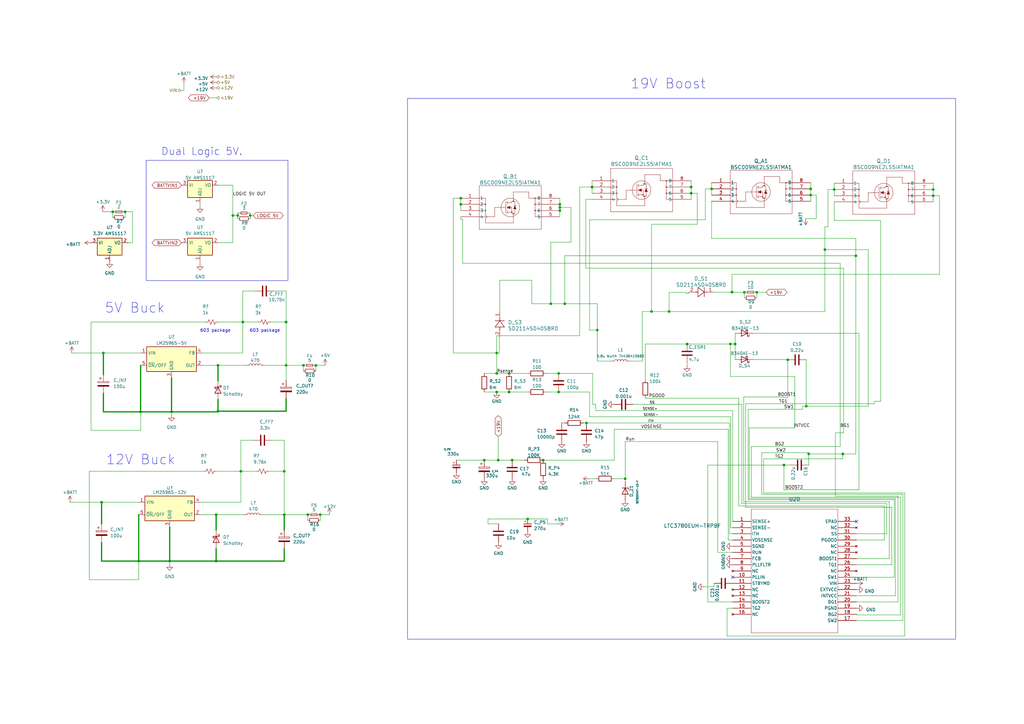
<source format=kicad_sch>
(kicad_sch (version 20230121) (generator eeschema)
  (paper "A3")
  (junction (at 56.896 230.124))
  (junction (at 267.208 127.762))
  (junction (at 204.343 188.722))
  (junction (at 291.846 77.47))
  (junction (at 283.464 79.248))
  (junction (at 222.758 188.722))
  (junction (at 351.028 104.902))
  (junction (at 229.108 153.162))
  (junction (at 89.408 149.86))
  (junction (at 300.228 119.8118))
  (junction (at 332.486 80.01))
  (junction (at 208.788 153.162))
  (junction (at 88.646 211.074))
  (junction (at 231.648 124.587))
  (junction (at 69.596 230.124))
  (junction (at 283.464 76.708))
  (junction (at 323.088 147.574))
  (junction (at 126.238 211.074))
  (junction (at 41.656 205.994))
  (junction (at 117.348 132.08))
  (junction (at 382.778 77.724))
  (junction (at 332.486 77.47))
  (junction (at 70.358 168.91))
  (junction (at 338.328 102.362))
  (junction (at 330.708 166.5986))
  (junction (at 342.138 77.724))
  (junction (at 131.318 211.074))
  (junction (at 57.658 168.91))
  (junction (at 188.976 81.28))
  (junction (at 210.058 188.722))
  (junction (at 225.933 124.587))
  (junction (at 99.568 132.08))
  (junction (at 88.646 230.124))
  (junction (at 229.616 83.82))
  (junction (at 198.628 188.722))
  (junction (at 117.348 149.86))
  (junction (at 95.504 88.392))
  (junction (at 97.536 88.392))
  (junction (at 256.413 196.342))
  (junction (at 46.228 86.868))
  (junction (at 98.806 193.294))
  (junction (at 229.108 160.782))
  (junction (at 382.778 80.264))
  (junction (at 216.408 212.852))
  (junction (at 301.498 141.097))
  (junction (at 281.813 141.097))
  (junction (at 229.616 85.09))
  (junction (at 129.54 149.86))
  (junction (at 229.616 86.36))
  (junction (at 124.46 149.86))
  (junction (at 274.4216 127.762))
  (junction (at 305.308 119.888))
  (junction (at 203.708 153.162))
  (junction (at 331.6986 186.182))
  (junction (at 321.564 190.7286))
  (junction (at 203.708 160.782))
  (junction (at 242.824 76.708))
  (junction (at 345.6686 186.182))
  (junction (at 102.616 88.392))
  (junction (at 203.708 144.78))
  (junction (at 299.593 141.097))
  (junction (at 244.983 135.382))
  (junction (at 116.586 193.294))
  (junction (at 240.538 173.482))
  (junction (at 89.408 168.656))
  (junction (at 42.418 144.78))
  (junction (at 51.308 86.868))
  (junction (at 310.388 119.888))
  (junction (at 116.586 211.074))
  (junction (at 208.788 160.782))
  (junction (at 188.976 83.82))
  (no_connect (at 300.482 236.728))
  (no_connect (at 351.282 213.868))
  (wire (pts (xy 234.188 99.314) (xy 225.933 99.314)))
  (wire (pts (xy 189.738 89.916) (xy 188.976 89.916)))
  (wire (pts (xy 291.846 77.47) (xy 289.306 77.47)))
  (wire (pts (xy 82.042 83.566) (xy 82.042 84.582)))
  (wire (pts (xy 299.72 170.942) (xy 299.72 216.408)))
  (wire (pts (xy 203.708 144.78) (xy 203.708 153.162)))
  (wire (pts (xy 203.708 137.668) (xy 203.708 144.78)))
  (wire (pts (xy 116.586 217.424) (xy 116.586 211.074)) (stroke (width 0.5)))
  (wire (pts (xy 362.712 207.518) (xy 362.712 221.488)))
  (wire (pts (xy 369.316 203.962) (xy 369.316 252.222)))
  (wire (pts (xy 203.708 137.668) (xy 237.744 137.668)))
  (wire (pts (xy 385.318 80.264) (xy 382.778 80.264)))
  (wire (pts (xy 382.778 77.724) (xy 382.778 80.264)))
  (wire (pts (xy 36.576 237.744) (xy 56.896 237.744)))
  (wire (pts (xy 329.1586 166.5986) (xy 329.1586 167.894)))
  (wire (pts (xy 218.1352 114.9604) (xy 218.1352 124.587)))
  (wire (pts (xy 326.009 154.432) (xy 299.593 154.432)))
  (wire (pts (xy 331.5208 186.182) (xy 331.6986 186.182)))
  (wire (pts (xy 82.296 211.074) (xy 88.646 211.074)))
  (wire (pts (xy 70.358 154.94) (xy 70.358 168.91)) (stroke (width 0.5)))
  (wire (pts (xy 117.348 168.656) (xy 89.408 168.656)) (stroke (width 0.5)))
  (wire (pts (xy 188.976 89.916) (xy 188.976 88.9)))
  (wire (pts (xy 256.413 196.342) (xy 256.413 197.612)))
  (wire (pts (xy 300.228 112.522) (xy 385.318 112.522)))
  (wire (pts (xy 338.328 102.362) (xy 356.108 102.362)))
  (wire (pts (xy 264.668 163.322) (xy 266.0396 163.2966)))
  (wire (pts (xy 323.088 147.574) (xy 323.088 147.447)))
  (wire (pts (xy 99.568 119.38) (xy 99.568 132.08)))
  (wire (pts (xy 312.42 185.674) (xy 331.5208 185.674)))
  (wire (pts (xy 69.596 230.124) (xy 69.596 231.394)))
  (wire (pts (xy 321.5386 162.814) (xy 321.5386 163.068)))
  (wire (pts (xy 263.398 148.082) (xy 263.398 127.762)))
  (wire (pts (xy 307.34 175.514) (xy 307.34 204.47)))
  (wire (pts (xy 204.978 114.9604) (xy 204.978 127.762)))
  (wire (pts (xy 103.886 180.594) (xy 98.806 180.594)))
  (wire (pts (xy 342.138 77.724) (xy 342.138 80.264)))
  (wire (pts (xy 204.343 179.07) (xy 204.343 188.722)))
  (wire (pts (xy 208.788 153.162) (xy 216.408 153.162)))
  (wire (pts (xy 366.776 236.728) (xy 351.282 236.728)))
  (wire (pts (xy 231.648 124.587) (xy 244.983 124.587)))
  (wire (pts (xy 342.646 203.454) (xy 368.3 203.454)))
  (wire (pts (xy 107.696 211.074) (xy 116.586 211.074)))
  (wire (pts (xy 54.356 99.568) (xy 54.356 86.868)))
  (wire (pts (xy 364.744 205.74) (xy 364.744 229.108)))
  (wire (pts (xy 309.118 136.652) (xy 352.298 136.652)))
  (wire (pts (xy 263.398 127.762) (xy 267.208 127.762)))
  (wire (pts (xy 89.408 132.08) (xy 99.568 132.08)))
  (wire (pts (xy 41.656 230.124) (xy 56.896 230.124)) (stroke (width 0.5)))
  (wire (pts (xy 301.498 141.097) (xy 301.498 147.447)))
  (wire (pts (xy 131.318 211.074) (xy 135.128 211.074)))
  (wire (pts (xy 102.616 87.376) (xy 102.616 88.392)))
  (wire (pts (xy 305.054 162.814) (xy 305.054 205.74)))
  (wire (pts (xy 268.478 163.322) (xy 303.022 163.322)))
  (wire (pts (xy 117.348 149.86) (xy 124.46 149.86)))
  (wire (pts (xy 321.564 190.754) (xy 321.564 190.7286)))
  (wire (pts (xy 98.806 205.994) (xy 98.806 193.294)))
  (wire (pts (xy 330.708 166.7256) (xy 330.708 166.5986)))
  (wire (pts (xy 281.813 141.097) (xy 299.593 141.097)))
  (wire (pts (xy 305.816 165.608) (xy 305.816 208.026)))
  (wire (pts (xy 305.308 119.888) (xy 300.228 119.888)))
  (wire (pts (xy 283.464 74.168) (xy 283.464 76.708)))
  (wire (pts (xy 88.646 211.074) (xy 100.076 211.074)))
  (wire (pts (xy 313.182 202.184) (xy 371.094 202.184)))
  (wire (pts (xy 326.009 175.514) (xy 326.009 154.432)))
  (wire (pts (xy 339.598 92.964) (xy 338.328 92.964)))
  (wire (pts (xy 382.778 80.264) (xy 382.778 82.804)))
  (wire (pts (xy 129.54 149.86) (xy 129.54 152.146)))
  (wire (pts (xy 70.358 168.91) (xy 70.358 170.18)))
  (wire (pts (xy 56.896 237.744) (xy 56.896 230.124)))
  (wire (pts (xy 241.808 135.382) (xy 244.983 135.382)))
  (wire (pts (xy 305.816 165.608) (xy 358.648 165.608)))
  (wire (pts (xy 222.758 188.722) (xy 251.968 188.722)))
  (wire (pts (xy 102.616 88.392) (xy 103.886 88.392)))
  (wire (pts (xy 312.42 185.674) (xy 312.42 202.692)))
  (wire (pts (xy 82.042 107.188) (xy 82.042 108.204)))
  (wire (pts (xy 117.348 163.576) (xy 117.348 168.656)) (stroke (width 0.5)))
  (wire (pts (xy 310.388 119.888) (xy 310.388 122.174)))
  (wire (pts (xy 240.538 173.482) (xy 299.212 173.482)))
  (wire (pts (xy 75.438 37.084) (xy 75.438 34.29)))
  (wire (pts (xy 69.596 230.124) (xy 88.646 230.124)) (stroke (width 0.5)))
  (wire (pts (xy 42.164 86.868) (xy 46.228 86.868)))
  (wire (pts (xy 267.208 91.948) (xy 267.208 127.762)))
  (wire (pts (xy 117.348 149.86) (xy 117.348 155.956)))
  (wire (pts (xy 124.46 149.86) (xy 124.46 152.146)))
  (wire (pts (xy 371.094 202.184) (xy 371.094 260.858)))
  (wire (pts (xy 292.862 240.6904) (xy 292.862 239.268)))
  (wire (pts (xy 98.806 180.594) (xy 98.806 193.294)))
  (wire (pts (xy 291.846 74.93) (xy 291.846 77.47)))
  (wire (pts (xy 116.586 180.594) (xy 111.506 180.594)))
  (wire (pts (xy 300.228 119.8118) (xy 300.228 119.888)))
  (wire (pts (xy 83.058 144.78) (xy 99.568 144.78)))
  (wire (pts (xy 244.348 168.402) (xy 300.482 168.402)))
  (wire (pts (xy 294.386 181.102) (xy 294.386 226.568)))
  (wire (pts (xy 57.658 176.53) (xy 57.658 168.91)))
  (wire (pts (xy 299.72 216.408) (xy 300.482 216.408)))
  (wire (pts (xy 338.328 92.964) (xy 338.328 102.362)))
  (wire (pts (xy 89.408 149.86) (xy 89.408 156.21)) (stroke (width 0.5)))
  (wire (pts (xy 304.292 206.502) (xy 363.728 206.502)))
  (wire (pts (xy 251.968 196.342) (xy 256.413 196.342)))
  (wire (pts (xy 305.816 208.026) (xy 365.76 208.026)))
  (wire (pts (xy 224.028 153.162) (xy 229.108 153.162)))
  (wire (pts (xy 131.318 211.074) (xy 131.318 213.36)))
  (wire (pts (xy 291.846 97.79) (xy 351.028 97.79)))
  (wire (pts (xy 41.656 205.994) (xy 41.656 214.884)) (stroke (width 0.5)))
  (wire (pts (xy 244.348 165.862) (xy 244.348 168.402)))
  (wire (pts (xy 203.708 153.162) (xy 208.788 153.162)))
  (wire (pts (xy 365.76 208.026) (xy 365.76 231.648)))
  (wire (pts (xy 290.322 190.754) (xy 290.322 246.888)))
  (wire (pts (xy 126.238 211.074) (xy 126.238 213.36)))
  (wire (pts (xy 313.182 188.214) (xy 313.182 202.184)))
  (wire (pts (xy 42.418 168.91) (xy 57.658 168.91)) (stroke (width 0.5)))
  (wire (pts (xy 83.566 193.294) (xy 36.576 193.294)))
  (wire (pts (xy 185.928 81.28) (xy 188.976 81.28)))
  (wire (pts (xy 204.978 137.922) (xy 204.7494 137.922)))
  (wire (pts (xy 352.298 200.8886) (xy 321.5386 200.8886)))
  (wire (pts (xy 259.588 165.862) (xy 304.292 165.862)))
  (wire (pts (xy 42.418 144.78) (xy 42.418 153.67)) (stroke (width 0.5)))
  (wire (pts (xy 99.568 144.78) (xy 99.568 132.08)))
  (wire (pts (xy 290.322 246.888) (xy 300.482 246.888)))
  (wire (pts (xy 283.464 79.248) (xy 283.464 81.788)))
  (wire (pts (xy 366.776 204.978) (xy 366.776 236.728)))
  (wire (pts (xy 294.386 226.568) (xy 300.482 226.568)))
  (wire (pts (xy 244.983 148.082) (xy 244.983 135.382)))
  (wire (pts (xy 309.118 147.447) (xy 323.088 147.447)))
  (wire (pts (xy 342.138 82.804) (xy 342.138 90.424)))
  (wire (pts (xy 129.54 149.86) (xy 133.35 149.86)))
  (wire (pts (xy 281.5844 120.396) (xy 282.4734 120.396)))
  (wire (pts (xy 200.152 212.852) (xy 216.408 212.852)))
  (wire (pts (xy 241.808 170.942) (xy 299.72 170.942)))
  (wire (pts (xy 198.628 153.162) (xy 203.708 153.162)))
  (wire (pts (xy 95.504 75.946) (xy 95.504 88.392)))
  (wire (pts (xy 242.824 76.708) (xy 237.744 76.708)))
  (wire (pts (xy 229.616 81.28) (xy 229.616 83.82)))
  (wire (pts (xy 89.408 163.83) (xy 89.408 168.656)) (stroke (width 0.5)))
  (wire (pts (xy 319.6336 167.8686) (xy 329.1586 167.894)))
  (wire (pts (xy 361.188 90.424) (xy 361.188 164.592)))
  (wire (pts (xy 331.6986 186.182) (xy 345.6686 186.182)))
  (wire (pts (xy 282.4734 120.396) (xy 282.4734 119.8118)))
  (wire (pts (xy 332.486 80.01) (xy 332.486 82.55)))
  (wire (pts (xy 345.9988 109.982) (xy 240.284 109.982)))
  (wire (pts (xy 251.968 176.022) (xy 298.704 176.022)))
  (wire (pts (xy 185.928 144.78) (xy 203.708 144.78)))
  (wire (pts (xy 332.486 74.93) (xy 332.486 77.47)))
  (wire (pts (xy 385.318 112.522) (xy 385.318 80.264)))
  (wire (pts (xy 330.708 166.5986) (xy 329.1586 166.5986)))
  (wire (pts (xy 367.284 204.47) (xy 367.284 244.348)))
  (wire (pts (xy 28.702 205.994) (xy 41.656 205.994)))
  (wire (pts (xy 305.054 205.74) (xy 364.744 205.74)))
  (wire (pts (xy 110.998 132.08) (xy 117.348 132.08)))
  (wire (pts (xy 323.088 163.068) (xy 323.088 147.574)))
  (wire (pts (xy 306.832 204.978) (xy 366.776 204.978)))
  (wire (pts (xy 299.212 218.948) (xy 300.482 218.948)))
  (wire (pts (xy 286.004 79.248) (xy 286.004 91.948)))
  (wire (pts (xy 36.576 193.294) (xy 36.576 237.744)))
  (wire (pts (xy 57.658 149.86) (xy 57.658 168.91)) (stroke (width 0.5)))
  (wire (pts (xy 69.596 216.154) (xy 69.596 230.124)) (stroke (width 0.5)))
  (wire (pts (xy 57.658 168.91) (xy 70.358 168.91)) (stroke (width 0.5)))
  (wire (pts (xy 332.486 77.47) (xy 332.486 80.01)))
  (wire (pts (xy 342.138 90.424) (xy 361.188 90.424)))
  (wire (pts (xy 358.648 164.592) (xy 358.648 165.608)))
  (wire (pts (xy 242.824 74.168) (xy 242.824 76.708)))
  (wire (pts (xy 218.1352 124.587) (xy 225.933 124.587)))
  (wire (pts (xy 291.846 77.47) (xy 291.846 80.01)))
  (wire (pts (xy 102.616 88.392) (xy 102.616 89.662)))
  (wire (pts (xy 342.646 177.546) (xy 342.646 203.454)))
  (wire (pts (xy 225.933 99.314) (xy 225.933 124.587)))
  (wire (pts (xy 382.778 75.184) (xy 382.778 77.724)))
  (wire (pts (xy 258.318 148.082) (xy 263.398 148.082)))
  (wire (pts (xy 37.338 176.53) (xy 57.658 176.53)))
  (wire (pts (xy 225.933 124.587) (xy 231.648 124.587)))
  (wire (pts (xy 299.212 173.482) (xy 299.212 218.948)))
  (wire (pts (xy 331.6986 190.7286) (xy 331.6986 186.182)))
  (wire (pts (xy 200.152 212.852) (xy 200.152 214.884)))
  (wire (pts (xy 74.168 37.084) (xy 75.438 37.084)))
  (wire (pts (xy 281.813 149.987) (xy 281.813 148.717)))
  (wire (pts (xy 97.536 87.376) (xy 97.536 88.392)))
  (wire (pts (xy 371.094 260.858) (xy 298.196 260.858)))
  (wire (pts (xy 298.704 221.488) (xy 300.482 221.488)))
  (wire (pts (xy 56.896 230.124) (xy 69.596 230.124)) (stroke (width 0.5)))
  (wire (pts (xy 267.208 127.762) (xy 274.4216 127.762)))
  (wire (pts (xy 352.298 136.652) (xy 352.298 200.8886)))
  (wire (pts (xy 334.772 89.662) (xy 334.772 80.01)))
  (wire (pts (xy 110.236 193.294) (xy 116.586 193.294)))
  (wire (pts (xy 117.348 119.38) (xy 112.268 119.38)))
  (wire (pts (xy 334.772 89.662) (xy 330.454 89.662)))
  (wire (pts (xy 88.646 225.044) (xy 88.646 230.124)) (stroke (width 0.5)))
  (wire (pts (xy 42.418 168.91) (xy 42.418 161.29)) (stroke (width 0.5)))
  (wire (pts (xy 108.458 149.86) (xy 117.348 149.86)))
  (wire (pts (xy 338.328 102.362) (xy 338.328 127.762)))
  (wire (pts (xy 324.0786 190.7286) (xy 321.564 190.7286)))
  (wire (pts (xy 317.754 188.214) (xy 313.182 188.214)))
  (wire (pts (xy 298.196 249.428) (xy 300.482 249.428)))
  (wire (pts (xy 84.328 132.08) (xy 37.338 132.08)))
  (wire (pts (xy 117.348 119.38) (xy 117.348 132.08)))
  (wire (pts (xy 290.322 190.754) (xy 321.564 190.754)))
  (wire (pts (xy 242.824 81.788) (xy 240.284 81.788)))
  (wire (pts (xy 244.983 148.082) (xy 250.698 148.082)))
  (wire (pts (xy 29.464 144.78) (xy 42.418 144.78)))
  (wire (pts (xy 243.078 165.862) (xy 244.348 165.862)))
  (wire (pts (xy 305.054 162.814) (xy 321.5386 162.814)))
  (wire (pts (xy 89.408 168.656) (xy 89.408 168.91)) (stroke (width 0.5)))
  (wire (pts (xy 104.648 119.38) (xy 99.568 119.38)))
  (wire (pts (xy 215.138 188.722) (xy 210.058 188.722)))
  (wire (pts (xy 251.968 176.022) (xy 251.968 188.722)))
  (wire (pts (xy 241.808 170.942) (xy 241.808 160.782)))
  (wire (pts (xy 370.332 254.508) (xy 351.282 254.508)))
  (wire (pts (xy 208.788 160.782) (xy 216.408 160.782)))
  (wire (pts (xy 345.6686 188.1886) (xy 317.754 188.214)))
  (wire (pts (xy 200.152 214.884) (xy 204.47 214.884)))
  (wire (pts (xy 289.306 77.47) (xy 289.306 90.17)))
  (wire (pts (xy 307.34 204.47) (xy 367.284 204.47)))
  (wire (pts (xy 256.413 181.102) (xy 294.386 181.102)))
  (wire (pts (xy 239.268 173.482) (xy 240.538 173.482)))
  (wire (pts (xy 116.586 225.044) (xy 116.586 230.124)) (stroke (width 0.5)))
  (wire (pts (xy 116.586 211.074) (xy 126.238 211.074)))
  (wire (pts (xy 367.284 244.348) (xy 351.282 244.348)))
  (wire (pts (xy 95.504 88.392) (xy 97.536 88.392)))
  (wire (pts (xy 368.3 203.454) (xy 368.3 246.888)))
  (wire (pts (xy 229.616 86.36) (xy 229.616 88.9)))
  (wire (pts (xy 345.6686 186.182) (xy 345.6686 188.1886)))
  (wire (pts (xy 203.708 160.782) (xy 208.788 160.782)))
  (wire (pts (xy 300.482 168.402) (xy 300.482 213.868)))
  (wire (pts (xy 264.668 141.097) (xy 281.813 141.097)))
  (wire (pts (xy 89.408 149.86) (xy 100.838 149.86)))
  (wire (pts (xy 216.408 212.852) (xy 224.536 212.852)))
  (wire (pts (xy 117.348 132.08) (xy 117.348 149.86)))
  (wire (pts (xy 234.188 85.09) (xy 234.188 99.314)))
  (wire (pts (xy 198.628 188.722) (xy 204.343 188.722)))
  (wire (pts (xy 242.824 76.708) (xy 242.824 79.248)))
  (wire (pts (xy 56.896 211.074) (xy 56.896 230.124)) (stroke (width 0.5)))
  (wire (pts (xy 345.6686 186.182) (xy 351.028 186.182)))
  (wire (pts (xy 365.76 231.648) (xy 351.282 231.648)))
  (wire (pts (xy 229.108 153.162) (xy 243.078 153.162)))
  (wire (pts (xy 116.586 180.594) (xy 116.586 193.294)))
  (wire (pts (xy 330.708 166.5986) (xy 356.108 166.5986)))
  (wire (pts (xy 301.498 136.652) (xy 301.498 141.097)))
  (wire (pts (xy 41.656 205.994) (xy 56.896 205.994)))
  (wire (pts (xy 308.102 203.962) (xy 369.316 203.962)))
  (wire (pts (xy 229.616 85.09) (xy 229.616 86.36)))
  (wire (pts (xy 281.5844 119.9388) (xy 281.5844 120.396)))
  (wire (pts (xy 351.282 221.488) (xy 362.712 221.488)))
  (wire (pts (xy 231.648 104.902) (xy 351.028 104.902)))
  (wire (pts (xy 303.022 163.322) (xy 303.022 207.518)))
  (wire (pts (xy 308.102 183.134) (xy 344.5764 183.134)))
  (wire (pts (xy 229.108 160.782) (xy 241.808 160.782)))
  (wire (pts (xy 204.7494 144.78) (xy 203.708 144.78)))
  (wire (pts (xy 237.744 76.708) (xy 237.744 137.668)))
  (wire (pts (xy 274.4216 127.762) (xy 338.328 127.762)))
  (wire (pts (xy 243.078 153.162) (xy 243.078 165.862)))
  (wire (pts (xy 204.7494 137.922) (xy 204.7494 144.78)))
  (wire (pts (xy 256.413 181.102) (xy 256.413 196.342)))
  (wire (pts (xy 204.343 188.722) (xy 210.058 188.722)))
  (wire (pts (xy 299.593 141.097) (xy 301.498 141.097)))
  (wire (pts (xy 351.028 104.902) (xy 351.028 186.182)))
  (wire (pts (xy 37.338 132.08) (xy 37.338 176.53)))
  (wire (pts (xy 312.42 202.692) (xy 370.332 202.692)))
  (wire (pts (xy 321.5386 163.068) (xy 323.088 163.068)))
  (wire (pts (xy 98.806 193.294) (xy 105.156 193.294)))
  (wire (pts (xy 188.976 83.82) (xy 188.976 86.36)))
  (wire (pts (xy 42.418 144.78) (xy 57.658 144.78)))
  (wire (pts (xy 369.316 252.222) (xy 351.282 252.222)))
  (wire (pts (xy 99.568 132.08) (xy 105.918 132.08)))
  (wire (pts (xy 331.5208 185.674) (xy 331.5208 186.182)))
  (wire (pts (xy 229.616 85.09) (xy 234.188 85.09)))
  (wire (pts (xy 244.348 196.342) (xy 241.808 196.342)))
  (wire (pts (xy 54.356 99.568) (xy 52.578 99.568)))
  (wire (pts (xy 356.108 102.362) (xy 356.108 166.5986)))
  (wire (pts (xy 298.196 260.858) (xy 298.196 249.428)))
  (wire (pts (xy 363.728 206.502) (xy 363.728 218.948)))
  (wire (pts (xy 344.5764 107.9754) (xy 344.5764 183.134)))
  (wire (pts (xy 288.798 240.6904) (xy 292.862 240.6904)))
  (wire (pts (xy 188.976 81.28) (xy 188.976 83.82)))
  (wire (pts (xy 189.738 89.916) (xy 189.738 107.9754)))
  (wire (pts (xy 116.586 193.294) (xy 116.586 211.074)))
  (wire (pts (xy 342.138 75.184) (xy 342.138 77.724)))
  (wire (pts (xy 310.388 119.888) (xy 314.198 119.888)))
  (wire (pts (xy 116.586 230.124) (xy 88.646 230.124)) (stroke (width 0.5)))
  (wire (pts (xy 292.6334 119.8118) (xy 300.228 119.8118)))
  (wire (pts (xy 317.754 167.894) (xy 319.6336 167.8686)))
  (wire (pts (xy 88.646 211.074) (xy 88.646 217.424)) (stroke (width 0.5)))
  (wire (pts (xy 291.846 82.55) (xy 291.846 97.79)))
  (wire (pts (xy 231.648 124.587) (xy 231.648 104.902)))
  (wire (pts (xy 70.358 168.91) (xy 89.408 168.91)) (stroke (width 0.5)))
  (wire (pts (xy 51.308 86.868) (xy 51.308 89.154)))
  (wire (pts (xy 85.852 40.132) (xy 88.9 40.132)))
  (wire (pts (xy 187.198 188.722) (xy 198.628 188.722)))
  (wire (pts (xy 370.332 202.692) (xy 370.332 254.508)))
  (wire (pts (xy 224.536 212.852) (xy 224.536 214.884)))
  (wire (pts (xy 368.3 246.888) (xy 351.282 246.888)))
  (wire (pts (xy 274.4216 127.762) (xy 274.4216 119.9388)))
  (wire (pts (xy 83.058 149.86) (xy 89.408 149.86)))
  (wire (pts (xy 82.296 205.994) (xy 98.806 205.994)))
  (wire (pts (xy 89.662 99.568) (xy 95.504 99.568)))
  (wire (pts (xy 97.536 88.392) (xy 97.536 89.662)))
  (wire (pts (xy 241.808 90.17) (xy 241.808 135.382)))
  (wire (pts (xy 240.284 81.788) (xy 240.284 109.982)))
  (wire (pts (xy 266.0396 163.2966) (xy 268.478 163.322)))
  (wire (pts (xy 303.022 207.518) (xy 362.712 207.518)))
  (wire (pts (xy 41.656 230.124) (xy 41.656 222.504)) (stroke (width 0.5)))
  (wire (pts (xy 274.4216 119.9388) (xy 281.5844 119.9388)))
  (wire (pts (xy 351.282 252.222) (xy 351.282 251.968)))
  (wire (pts (xy 230.378 173.482) (xy 231.648 173.482)))
  (wire (pts (xy 334.772 80.01) (xy 332.486 80.01)))
  (wire (pts (xy 304.292 165.862) (xy 304.292 206.502)))
  (wire (pts (xy 342.646 177.546) (xy 345.9988 177.546)))
  (wire (pts (xy 89.662 75.946) (xy 95.504 75.946)))
  (wire (pts (xy 300.228 112.522) (xy 300.228 119.8118)))
  (wire (pts (xy 317.754 167.894) (xy 306.832 167.894)))
  (wire (pts (xy 305.308 119.888) (xy 305.308 122.174)))
  (wire (pts (xy 286.004 91.948) (xy 267.208 91.948)))
  (wire (pts (xy 307.34 175.514) (xy 326.009 175.514)))
  (wire (pts (xy 229.616 83.82) (xy 229.616 85.09)))
  (wire (pts (xy 363.728 218.948) (xy 351.282 218.948)))
  (wire (pts (xy 351.028 97.79) (xy 351.028 104.902)))
  (wire (pts (xy 345.9988 109.982) (xy 345.9988 177.546)))
  (wire (pts (xy 204.978 114.9604) (xy 218.1352 114.9604)))
  (wire (pts (xy 244.983 135.382) (xy 244.983 124.587)))
  (wire (pts (xy 224.028 160.782) (xy 229.108 160.782)))
  (wire (pts (xy 339.598 77.724) (xy 339.598 92.964)))
  (wire (pts (xy 289.306 90.17) (xy 241.808 90.17)))
  (wire (pts (xy 283.464 76.708) (xy 283.464 79.248)))
  (wire (pts (xy 299.593 141.097) (xy 299.593 154.432)))
  (wire (pts (xy 321.5386 200.8886) (xy 321.5386 190.7286)))
  (wire (pts (xy 364.744 229.108) (xy 351.282 229.108)))
  (wire (pts (xy 224.536 214.884) (xy 228.6 214.884)))
  (wire (pts (xy 321.564 190.7286) (xy 321.5386 190.7286)))
  (wire (pts (xy 330.708 147.574) (xy 330.708 166.5986)))
  (wire (pts (xy 185.928 81.28) (xy 185.928 144.78)))
  (wire (pts (xy 283.464 79.248) (xy 286.004 79.248)))
  (wire (pts (xy 189.738 107.9754) (xy 344.5764 107.9754)))
  (wire (pts (xy 54.356 86.868) (xy 51.308 86.868)))
  (wire (pts (xy 342.138 77.724) (xy 339.598 77.724)))
  (wire (pts (xy 95.504 88.392) (xy 95.504 99.568)))
  (wire (pts (xy 46.228 86.868) (xy 46.228 89.154)))
  (wire (pts (xy 88.646 193.294) (xy 98.806 193.294)))
  (wire (pts (xy 264.668 155.702) (xy 264.668 141.097)))
  (wire (pts (xy 361.188 164.592) (xy 358.648 164.592)))
  (wire (pts (xy 308.102 183.134) (xy 308.102 203.962)))
  (wire (pts (xy 306.832 167.894) (xy 306.832 204.978)))
  (wire (pts (xy 198.628 160.782) (xy 203.708 160.782)))
  (wire (pts (xy 298.704 176.022) (xy 298.704 221.488)))
  (rectangle (start 59.944 65.786) (end 118.11 115.062))
  (rectangle (start 167.132 40.386) (end 391.922 262.128))
  (text "19V Boost" (at 258.572 36.83 0) (effects (font (size 4 4)) (justify left bottom)))
  (text "603 package" (at 102.362 136.398 0) (effects (font (size 1.27 1.27)) (justify left bottom)))
  (text "603 package" (at 82.042 136.398 0) (effects (font (size 1.27 1.27)) (justify left bottom)))
  (text "5V Buck\n" (at 42.926 128.778 0) (effects (font (size 4 4)) (justify left bottom)))
  (text "Dual Logic 5V." (at 66.04 64.008 0) (effects (font (size 3 3)) (justify left bottom)))
  (text "12V Buck\n" (at 43.434 191.008 0) (effects (font (size 4 4)) (justify left bottom)))
  (label "PGOOD" (at 266.0396 163.2966 0))
  (label "INTVCC" (at 325.3994 175.514 0))
  (label "Rsense" (at 203.708 153.162 0))
  (label "SW1" (at 321.5386 167.8737 0))
  (label "BG2" (at 317.754 183.134 0))
  (label "BG1" (at 344.5764 175.514 0))
  (label "LOGIC 5V OUT" (at 95.504 80.518 0))
  (label "Run" (at 256.54 181.102 0))
  (label "BOOST1" (at 318.9224 162.814 0))
  (label "SENSE-" (at 263.906 170.942 0) (effects (font (size 1 1))))
  (label "TG2" (at 317.754 188.214 0))
  (label "TG1" (at 319.4304 165.608 0))
  (label "BOOST2" (at 321.9196 200.8886 0))
  (label "VOSENSE" (at 262.89 176.022 0))
  (label "SS" (at 266.446 165.862 0) (effects (font (size 1 1))))
  (label "SENSE+" (at 263.5504 168.402 0) (effects (font (size 1 1))))
  (label "ITH" (at 265.684 173.482 0) (effects (font (size 1 1))))
  (label "SW2" (at 318.262 185.674 0))
  (global_label "BATTVIN1" (shape bidirectional) (at 74.422 75.946 180) (property "Intersheetrefs" "${INTERSHEET_REFS}" (effects hide)))
  (global_label "+19V" (shape bidirectional) (at 314.198 119.888 0) (property "Intersheetrefs" "${INTERSHEET_REFS}" (effects hide)))
  (global_label "LOGIC 5V" (shape bidirectional) (at 103.886 88.392 0) (property "Intersheetrefs" "${INTERSHEET_REFS}" (effects hide)))
  (global_label "BATTVIN2" (shape bidirectional) (at 74.422 99.568 180) (property "Intersheetrefs" "${INTERSHEET_REFS}" (effects hide)))
  (global_label "+19V" (shape bidirectional) (at 204.343 179.07 90) (property "Intersheetrefs" "${INTERSHEET_REFS}" (effects hide)))
  (global_label "+19V" (shape bidirectional) (at 85.852 40.132 180) (property "Intersheetrefs" "${INTERSHEET_REFS}" (effects hide)))
  (hierarchical_label "+12V" (shape bidirectional) (at 88.9 36.068 0))
  (hierarchical_label "VIN" (shape bidirectional) (at 74.168 37.084 180))
  (hierarchical_label "+3.3V" (shape bidirectional) (at 88.9 31.496 0))
  (hierarchical_label "+5V" (shape bidirectional) (at 88.9 33.782 0))
  (hierarchical_label "+19V" (shape bidirectional) (at 88.9 40.132 0))
  (symbol (lib_id "Device:Fuse_Small") (at 48.768 86.868 0) (unit 1)
    (property "Reference" "F1" (at 48.768 83.058 0))
    (property "Value" "2" (at 48.768 84.836 0))
    (property "Footprint" "Mechatronics Fuses:0154Series_LTF" (effects hide))
  )
  (symbol (lib_id "power:+12V") (at 135.128 211.074 0) (unit 1)
    (property "Reference" "#PWR057" (effects hide))
    (property "Value" "+12V" (at 135.128 207.772 0))
  )
  (symbol (lib_id "Device:C") (at 281.813 144.907 0) (unit 1)
    (property "Reference" "C_ESR1" (at 282.448 142.367 0) (effects (justify left)))
    (property "Value" "4.7u" (at 282.448 147.447 0) (effects (justify left)))
    (property "Footprint" "Mechatronic Footprints:LOWESRCAPMP7.6X4.3_3.1N_KEM" (effects hide))
    (instances (project "rps01" (path "" (reference "C_ESR1") (unit 1))) (project "19V_Boost" (path "" (reference "C(lowESR)?") (unit 1))))
  )
  (symbol (lib_id "power:GND") (at 69.596 231.394 0) (unit 1)
    (property "Reference" "#PWR?" (effects hide))
    (property "Value" "GND" (at 69.596 236.474 0))
    (instances (project "Buck Converter" (path "" (reference "#PWR?") (unit 1))) (project "rps01" (path "" (reference "#PWR061") (unit 1))))
  )
  (symbol (lib_id "Device:R") (at 198.628 156.972 0) (unit 1)
    (property "Reference" "R_S2" (at 200.66 156.337 0) (effects (justify left)))
    (property "Value" "6m" (at 200.66 158.877 0) (effects (justify left)))
    (property "Footprint" "Resistor_SMD:R_2512_6332Metric" (effects hide))
    (instances (project "rps01" (path "" (reference "R_S2") (unit 1))) (project "19V_Boost" (path "" (reference "Rsen?") (unit 1))))
  )
  (symbol (lib_id "power:GND") (at 82.042 84.582 0) (unit 1)
    (property "Reference" "#PWR?" (effects hide))
    (property "Value" "GND" (at 82.042 89.8652 0))
    (instances (project "MCU2" (path "" (reference "#PWR?") (unit 1))) (project "rps01" (path "" (reference "#PWR?") (unit 1)) (path "" (reference "#PWR029") (unit 1))))
  )
  (symbol (lib_id "Device:R") (at 208.788 156.972 0) (unit 1)
    (property "Reference" "R_S3" (at 210.82 156.337 0) (effects (justify left)))
    (property "Value" "6m" (at 210.82 158.877 0) (effects (justify left)))
    (property "Footprint" "Resistor_SMD:R_2512_6332Metric" (effects hide))
    (instances (project "rps01" (path "" (reference "R_S3") (unit 1))) (project "19V_Boost" (path "" (reference "Rs?") (unit 1))))
  )
  (symbol (lib_id "power:GND") (at 300.482 229.108 270) (unit 1)
    (property "Reference" "#PWR083" (effects hide))
    (property "Value" "GND" (at 296.672 229.108 0))
    (instances (project "rps01" (path "" (reference "#PWR083") (unit 1))) (project "19V_Boost" (path "" (reference "#PWR?") (unit 1))))
  )
  (symbol (lib_id "Device:D_Schottky") (at 305.308 136.652 180) (unit 1)
    (property "Reference" "D_S2" (at 305.6255 132.08 0))
    (property "Value" "B340AE-13" (at 305.6255 134.62 0))
    (property "Footprint" "Mechatronic Footprints:CR_SMA_320-340AE_DIO" (effects hide))
    (instances (project "rps01" (path "" (reference "D_S2") (unit 1))) (project "19V_Boost" (path "" (reference "D5_19V?") (unit 1))))
  )
  (symbol (lib_id "power:+BATT") (at 228.6 214.884 270) (unit 1)
    (property "Reference" "#PWR058" (effects hide))
    (property "Value" "+BATT" (at 227.076 213.106 90) (effects (justify left)))
  )
  (symbol (lib_id "power:GND") (at 70.358 170.18 0) (unit 1)
    (property "Reference" "#PWR?" (effects hide))
    (property "Value" "GND" (at 70.358 175.26 0))
    (instances (project "Buck Converter" (path "" (reference "#PWR?") (unit 1))) (project "rps01" (path "" (reference "#PWR040") (unit 1))))
  )
  (symbol (lib_id "Device:C_Polarized_Small") (at 187.198 191.262 0) (unit 1)
    (property "Reference" "C_P3" (at 182.118 184.277 0) (effects (font (size 0.7 0.7)) (justify left)))
    (property "Value" "330u" (at 183.388 186.182 0) (effects (justify left)))
    (property "Footprint" "Mechatronics Cap:CAP_EEHZU1V331P" (effects hide))
    (instances (project "rps01" (path "" (reference "C_P3") (unit 1))) (project "19V_Boost" (path "" (reference "Cout_19V_EEH-ZU1V331P?") (unit 1))))
  )
  (symbol (lib_id "Device:Fuse_Small") (at 127 149.86 0) (unit 1)
    (property "Reference" "F4" (at 127 146.05 0))
    (property "Value" "5" (at 127 147.828 0))
    (property "Footprint" "Mechatronics Fuses:0154Series_LTF" (effects hide))
  )
  (symbol (lib_id "Device:C_Polarized") (at 117.348 159.766 0) (unit 1)
    (property "Reference" "C_OUT?" (at 121.412 158.242 0) (effects (justify left)))
    (property "Value" "220u" (at 121.412 160.782 0) (effects (justify left)))
    (property "Footprint" "Capacitor_SMD:CP_Elec_8x10" (effects hide))
    (instances (project "Buck Converter" (path "" (reference "C_OUT?") (unit 1))) (project "rps01" (path "" (reference "C_P2") (unit 1))))
  )
  (symbol (lib_id "Device:Fuse_Small") (at 100.076 87.376 0) (unit 1)
    (property "Reference" "F2" (at 100.076 83.566 0))
    (property "Value" "3" (at 100.076 85.344 0))
    (property "Footprint" "Mechatronics Fuses:0154Series_LTF" (effects hide))
  )
  (symbol (lib_id "Device:C_Polarized") (at 116.586 221.234 0) (unit 1)
    (property "Reference" "C_OUT?" (at 120.142 219.71 0) (effects (justify left)))
    (property "Value" "220u" (at 120.142 222.25 0) (effects (justify left)))
    (property "Footprint" "Capacitor_SMD:CP_Elec_8x10" (effects hide))
    (instances (project "Buck Converter" (path "" (reference "C_OUT?") (unit 1))) (project "rps01" (path "" (reference "C_P7") (unit 1))))
  )
  (symbol (lib_id "power:GND") (at 351.282 249.428 90) (unit 1)
    (property "Reference" "#PWR086" (effects hide))
    (property "Value" "GND" (at 355.092 250.063 90) (effects (justify right)))
    (instances (project "rps01" (path "" (reference "#PWR086") (unit 1))) (project "19V_Boost" (path "" (reference "#PWR?") (unit 1))))
  )
  (symbol (lib_id "power:GND") (at 288.798 240.6904 270) (unit 1)
    (property "Reference" "#PWR088" (effects hide))
    (property "Value" "GND" (at 284.988 240.6904 0))
    (instances (project "rps01" (path "" (reference "#PWR088") (unit 1))) (project "19V_Boost" (path "" (reference "#PWR?") (unit 1))))
  )
  (symbol (lib_id "power:GND") (at 300.482 231.648 270) (unit 1)
    (property "Reference" "#PWR084" (effects hide))
    (property "Value" "GND" (at 296.672 231.648 0))
    (instances (project "rps01" (path "" (reference "#PWR084") (unit 1))) (project "19V_Boost" (path "" (reference "#PWR?") (unit 1))))
  )
  (symbol (lib_id "Device:R") (at 220.218 153.162 90) (unit 1)
    (property "Reference" "R11" (at 220.218 148.082 90))
    (property "Value" "100" (at 220.218 150.622 90))
    (property "Footprint" "Resistor_SMD:R_1206_3216Metric" (effects hide))
    (instances (project "rps01" (path "" (reference "R11") (unit 1))) (project "19V_Boost" (path "" (reference "R?") (unit 1))))
  )
  (symbol (lib_id "Device:C") (at 230.378 177.292 0) (unit 1)
    (property "Reference" "C13" (at 220.218 176.657 0) (effects (justify left)))
    (property "Value" "10000p" (at 220.218 179.197 0) (effects (justify left)))
    (property "Footprint" "Capacitor_SMD:C_1206_3216Metric" (effects hide))
    (instances (project "rps01" (path "" (reference "C13") (unit 1))) (project "19V_Boost" (path "" (reference "Cth?") (unit 1))))
  )
  (symbol (lib_id "Mechatronics 19V MOSFET:BSC009NE2LS5IATMA1") (at 342.138 75.184 0) (unit 1)
    (property "Reference" "Q_D1" (at 362.458 66.04 0) (effects (font (size 1.524 1.524))))
    (property "Value" "BSC009NE2LS5IATMA1" (at 362.458 68.58 0) (effects (font (size 1.524 1.524))))
    (property "Footprint" "Mechatronics MOSFET:PG-TDSON-8_INF" (effects hide))
    (property "Datasheet" "BSC009NE2LS5IATMA1" (effects hide))
  )
  (symbol (lib_id "Device:L") (at 254.508 148.082 90) (unit 1)
    (property "Reference" "L1" (at 254.508 143.51 90))
    (property "Value" "6.8u Wurth 74436410680" (at 254.508 146.05 90) (effects (font (size 1 1))))
    (property "Footprint" "Mechatronic Footprints:IND_410680_WRE" (effects hide))
    (instances (project "rps01" (path "" (reference "L1") (unit 1))) (project "19V_Boost" (path "" (reference "L1_19V?") (unit 1))))
  )
  (symbol (lib_id "power:GND") (at 300.482 224.028 270) (unit 1)
    (property "Reference" "#PWR082" (effects hide))
    (property "Value" "GND" (at 296.672 224.028 0))
    (instances (project "rps01" (path "" (reference "#PWR082") (unit 1))) (project "19V_Boost" (path "" (reference "#PWR?") (unit 1))))
  )
  (symbol (lib_id "Device:C") (at 327.8886 190.7286 270) (unit 1)
    (property "Reference" "C16" (at 330.4286 191.3636 0) (effects (justify left)))
    (property "Value" "0.22u" (at 325.3486 191.3636 0) (effects (justify left)))
    (property "Footprint" "Capacitor_SMD:C_1206_3216Metric" (effects hide))
    (instances (project "rps01" (path "" (reference "C16") (unit 1))) (project "19V_Boost" (path "" (reference "Cb(SW2)?") (unit 1))))
  )
  (symbol (lib_id "Device:C") (at 204.47 218.694 0) (unit 1)
    (property "Reference" "C19" (at 208.915 218.059 0) (effects (justify left)))
    (property "Value" "10u" (at 207.645 220.599 0) (effects (justify left)))
    (property "Footprint" "Capacitor_SMD:C_1206_3216Metric" (effects hide))
    (instances (project "rps01" (path "" (reference "C19") (unit 1))) (project "19V_Boost" (path "" (reference "Cin(c)?") (unit 1))))
  )
  (symbol (lib_id "Device:L") (at 104.648 149.86 90) (unit 1)
    (property "Reference" "L?" (at 104.648 145.288 90))
    (property "Value" "470" (at 104.648 147.828 90))
    (property "Footprint" "Mechatronics BUCK INDUCTOR:IND_CDRH127&slash_LDNP-470MC_SUM" (effects hide))
    (instances (project "Buck Converter" (path "" (reference "L?") (unit 1))) (project "rps01" (path "" (reference "L2") (unit 1))))
  )
  (symbol (lib_id "power:+BATT") (at 29.464 144.78 0) (unit 1)
    (property "Reference" "#PWR035" (effects hide))
    (property "Value" "+BATT" (at 29.464 140.716 0))
  )
  (symbol (lib_id "Device:C_Polarized_Small") (at 216.408 215.392 0) (unit 1)
    (property "Reference" "C_P5" (at 218.948 214.2109 0) (effects (justify left)))
    (property "Value" "270u" (at 218.948 216.7509 0) (effects (justify left)))
    (property "Footprint" "Mechatronic Footprints:LargeCAPSCAPPRD350W60D800H1200" (effects hide))
    (instances (project "rps01" (path "" (reference "C_P5") (unit 1))) (project "19V_Boost" (path "" (reference "Cin(b)?") (unit 1))))
  )
  (symbol (lib_id "Regulator_Linear:AMS1117") (at 82.042 75.946 0) (unit 1)
    (property "Reference" "U?" (at 82.042 70.358 0))
    (property "Value" "5V AMS1117" (at 82.042 72.898 0))
    (property "Footprint" "Package_TO_SOT_SMD:SOT-223-3_TabPin2" (effects hide))
    (property "Datasheet" "http://www.advanced-monolithic.com/pdf/ds1117.pdf" (effects hide))
    (instances (project "MCU2" (path "" (reference "U?") (unit 1))) (project "rps01" (path "" (reference "U?") (unit 1)) (path "" (reference "U11") (unit 1))))
  )
  (symbol (lib_id "Device:C") (at 240.538 177.292 0) (unit 1)
    (property "Reference" "C14" (at 243.84 176.657 0) (effects (justify left)))
    (property "Value" "47p" (at 243.84 179.197 0) (effects (justify left)))
    (property "Footprint" "Capacitor_SMD:C_1206_3216Metric" (effects hide))
    (instances (project "rps01" (path "" (reference "C14") (unit 1))) (project "19V_Boost" (path "" (reference "Cthp?") (unit 1))))
  )
  (symbol (lib_id "Device:R_Small") (at 307.848 122.174 90) (unit 1)
    (property "Reference" "R9" (at 308.102 123.952 90))
    (property "Value" "0" (at 307.848 125.984 90))
    (property "Footprint" "Resistor_SMD:R_0603_1608Metric" (effects hide))
  )
  (symbol (lib_id "power:GND") (at 187.198 193.802 0) (unit 1)
    (property "Reference" "#PWR049" (effects hide))
    (property "Value" "GND" (at 187.198 197.612 0))
    (instances (project "rps01" (path "" (reference "#PWR049") (unit 1))) (project "19V_Boost" (path "" (reference "#PWR?") (unit 1))))
  )
  (symbol (lib_id "power:+BATT") (at 37.338 99.568 90) (unit 1)
    (property "Reference" "#PWR032" (effects hide))
    (property "Value" "+BATT" (at 33.02 100.203 90) (effects (justify left)))
  )
  (symbol (lib_id "Device:R_Small") (at 128.778 213.36 90) (unit 1)
    (property "Reference" "R16" (at 129.032 215.138 90))
    (property "Value" "0" (at 128.778 217.17 90))
    (property "Footprint" "Resistor_SMD:R_0603_1608Metric" (effects hide))
  )
  (symbol (lib_id "Mechatronics Sdiode:SD2114S040S8R0") (at 282.4734 119.8118 0) (unit 1)
    (property "Reference" "D_S1" (at 287.5534 114.3 0) (effects (font (size 1.524 1.524))))
    (property "Value" "SD2114S040S8R0" (at 287.5534 116.84 0) (effects (font (size 1.524 1.524))))
    (property "Footprint" "Mechatronics Sdiode:SD2114_AVX" (effects hide))
    (property "Datasheet" "SD2114S040S8R0" (effects hide))
    (instances (project "rps01" (path "" (reference "D_S1") (unit 1))) (project "19V_Boost" (path "" (reference "D2(1)_19V?") (unit 1))))
  )
  (symbol (lib_id "power:GND") (at 210.058 196.342 0) (unit 1)
    (property "Reference" "#PWR051" (effects hide))
    (property "Value" "GND" (at 210.058 200.152 0))
    (instances (project "rps01" (path "" (reference "#PWR051") (unit 1))) (project "19V_Boost" (path "" (reference "#PWR?") (unit 1))))
  )
  (symbol (lib_id "Regulator_Linear:AMS1117") (at 44.958 99.568 0) (unit 1)
    (property "Reference" "U?" (at 44.958 93.218 0))
    (property "Value" "3.3V AMS1117" (at 44.958 95.758 0))
    (property "Footprint" "Package_TO_SOT_SMD:SOT-223-3_TabPin2" (effects hide))
    (property "Datasheet" "http://www.advanced-monolithic.com/pdf/ds1117.pdf" (effects hide))
    (instances (project "MCU2" (path "" (reference "U?") (unit 1))) (project "rps01" (path "" (reference "U?") (unit 1)) (path "" (reference "U12") (unit 1))))
  )
  (symbol (lib_id "Device:R_Small") (at 127 152.146 90) (unit 1)
    (property "Reference" "R10" (at 127.254 153.924 90))
    (property "Value" "0" (at 127 155.956 90))
    (property "Footprint" "Resistor_SMD:R_0603_1608Metric" (effects hide))
  )
  (symbol (lib_id "Regulator_Linear:AMS1117") (at 82.042 99.568 0) (unit 1)
    (property "Reference" "U?" (at 82.042 93.218 0))
    (property "Value" "5V AMS1117" (at 82.042 95.758 0))
    (property "Footprint" "Package_TO_SOT_SMD:SOT-223-3_TabPin2" (effects hide))
    (property "Datasheet" "http://www.advanced-monolithic.com/pdf/ds1117.pdf" (effects hide))
    (instances (project "MCU2" (path "" (reference "U?") (unit 1))) (project "rps01" (path "" (reference "U?") (unit 1)) (path "" (reference "U13") (unit 1))))
  )
  (symbol (lib_id "Device:R") (at 222.758 192.532 0) (unit 1)
    (property "Reference" "R_P4" (at 224.79 191.897 0) (effects (justify left)))
    (property "Value" "4.3K" (at 224.79 194.437 0) (effects (justify left)))
    (property "Footprint" "Resistor_SMD:R_1206_3216Metric" (effects hide))
    (instances (project "rps01" (path "" (reference "R_P4") (unit 1))) (project "19V_Boost" (path "" (reference "Rb?") (unit 1))))
  )
  (symbol (lib_id "power:GND") (at 281.813 149.987 0) (unit 1)
    (property "Reference" "#PWR037" (effects hide))
    (property "Value" "GND" (at 281.813 153.797 0))
    (instances (project "rps01" (path "" (reference "#PWR037") (unit 1))) (project "19V_Boost" (path "" (reference "#PWR?") (unit 1))))
  )
  (symbol (lib_id "power:+BATT") (at 351.282 239.268 270) (unit 1)
    (property "Reference" "#PWR087" (effects hide))
    (property "Value" "+BATT" (at 349.758 237.49 90) (effects (justify left)))
  )
  (symbol (lib_id "Device:R_Small") (at 48.768 89.154 90) (unit 1)
    (property "Reference" "R7" (at 49.022 90.932 90))
    (property "Value" "0" (at 48.768 92.964 90))
    (property "Footprint" "Resistor_SMD:R_0603_1608Metric" (effects hide))
  )
  (symbol (lib_id "power:GND") (at 222.758 196.342 0) (unit 1)
    (property "Reference" "#PWR052" (effects hide))
    (property "Value" "GND" (at 222.758 200.152 0))
    (instances (project "rps01" (path "" (reference "#PWR052") (unit 1))) (project "19V_Boost" (path "" (reference "#PWR?") (unit 1))))
  )
  (symbol (lib_id "Device:C") (at 107.696 180.594 90) (unit 1)
    (property "Reference" "C_FF?" (at 106.426 172.974 90) (effects (justify right)))
    (property "Value" "3.3n" (at 106.426 175.514 90) (effects (justify right)))
    (property "Footprint" "Capacitor_SMD:C_0603_1608Metric" (effects hide))
    (instances (project "Buck Converter" (path "" (reference "C_FF?") (unit 1))) (project "rps01" (path "" (reference "C15") (unit 1))))
  )
  (symbol (lib_id "Mechatronics 19V MOSFET:BSC009NE2LS5IATMA1") (at 242.824 74.168 0) (unit 1)
    (property "Reference" "Q_C1" (at 263.144 64.77 0) (effects (font (size 1.524 1.524))))
    (property "Value" "BSC009NE2LS5IATMA1" (at 263.144 67.31 0) (effects (font (size 1.524 1.524))))
    (property "Footprint" "Mechatronics MOSFET:PG-TDSON-8_INF" (effects hide))
    (property "Datasheet" "BSC009NE2LS5IATMA1" (effects hide))
  )
  (symbol (lib_id "power:+BATT") (at 75.438 34.29 0) (unit 1)
    (property "Reference" "#PWR027" (effects hide))
    (property "Value" "+BATT" (at 75.438 30.226 0))
  )
  (symbol (lib_id "Device:C") (at 326.898 147.574 90) (unit 1)
    (property "Reference" "C10" (at 326.898 141.097 90))
    (property "Value" "0.22u" (at 326.898 143.637 90))
    (property "Footprint" "Capacitor_SMD:C_1206_3216Metric" (effects hide))
    (instances (project "rps01" (path "" (reference "C10") (unit 1))) (project "19V_Boost" (path "" (reference "Ca(SW1)?") (unit 1))))
  )
  (symbol (lib_id "power:GND") (at 82.042 108.204 0) (unit 1)
    (property "Reference" "#PWR?" (effects hide))
    (property "Value" "GND" (at 82.042 113.4872 0))
    (instances (project "MCU2" (path "" (reference "#PWR?") (unit 1))) (project "rps01" (path "" (reference "#PWR?") (unit 1)) (path "" (reference "#PWR034") (unit 1))))
  )
  (symbol (lib_id "Device:Fuse_Small") (at 307.848 119.888 0) (unit 1)
    (property "Reference" "F3" (at 307.848 116.078 0))
    (property "Value" "10" (at 307.848 117.856 0))
    (property "Footprint" "Mechatronics Fuses:0154Series_LTF" (effects hide))
  )
  (symbol (lib_id "Device:R_Small") (at 100.076 89.662 90) (unit 1)
    (property "Reference" "R8" (at 100.33 91.44 90))
    (property "Value" "0" (at 100.076 93.472 90))
    (property "Footprint" "Resistor_SMD:R_0603_1608Metric" (effects hide))
  )
  (symbol (lib_id "Device:D_Schottky") (at 89.408 160.02 270) (unit 1)
    (property "Reference" "D?" (at 91.44 159.0675 90) (effects (justify left)))
    (property "Value" "Schottky" (at 91.44 161.6075 90) (effects (justify left)))
    (property "Footprint" "Mechatronic Footprints:CR_SMA_320-340AE_DIO" (effects hide))
    (instances (project "Buck Converter" (path "" (reference "D?") (unit 1))) (project "rps01" (path "" (reference "D_S5") (unit 1))))
  )
  (symbol (lib_id "Device:Fuse_Small") (at 128.778 211.074 0) (unit 1)
    (property "Reference" "F5" (at 128.778 207.264 0))
    (property "Value" "5" (at 128.778 209.042 0))
    (property "Footprint" "Mechatronics Fuses:0154Series_LTF" (effects hide))
  )
  (symbol (lib_id "power:GND") (at 251.968 165.862 270) (unit 1)
    (property "Reference" "#PWR039" (effects hide))
    (property "Value" "GND" (at 248.158 165.862 0))
    (instances (project "rps01" (path "" (reference "#PWR039") (unit 1))) (project "19V_Boost" (path "" (reference "#PWR?") (unit 1))))
  )
  (symbol (lib_id "power:+3.3V") (at 88.9 31.496 90) (unit 1)
    (property "Reference" "#PWR025" (effects hide))
    (property "Value" "+3.3V" (at 85.344 32.131 90) (effects (justify left)))
  )
  (symbol (lib_id "Device:C") (at 108.458 119.38 90) (unit 1)
    (property "Reference" "C_FF?" (at 113.284 120.65 90))
    (property "Value" "10.75n" (at 113.538 122.936 90))
    (property "Footprint" "Capacitor_SMD:C_0603_1608Metric" (effects hide))
    (instances (project "Buck Converter" (path "" (reference "C_FF?") (unit 1))) (project "rps01" (path "" (reference "C9") (unit 1))))
  )
  (symbol (lib_id "Regulator_Switching:LM2596S-ADJ") (at 69.596 208.534 0) (unit 1)
    (property "Reference" "U?" (at 69.596 200.152 0))
    (property "Value" "LM2596S-12V" (at 69.596 201.93 0))
    (property "Footprint" "Package_TO_SOT_SMD:TO-263-5_TabPin3" (effects hide))
    (property "Datasheet" "http://www.ti.com/lit/ds/symlink/lm2596.pdf" (effects hide))
    (instances (project "Buck Converter" (path "" (reference "U?") (unit 1))) (project "rps01" (path "" (reference "U16") (unit 1))))
  )
  (symbol (lib_id "Device:D_Schottky") (at 305.308 147.447 180) (unit 1)
    (property "Reference" "D_S4" (at 305.308 149.987 0))
    (property "Value" "B340AE-13" (at 305.308 144.907 0))
    (property "Footprint" "Mechatronic Footprints:CR_SMA_320-340AE_DIO" (effects hide))
    (instances (project "rps01" (path "" (reference "D_S4") (unit 1))) (project "19V_Boost" (path "" (reference "D4_19V?") (unit 1))))
  )
  (symbol (lib_id "power:GND") (at 256.413 205.232 0) (unit 1)
    (property "Reference" "#PWR055" (effects hide))
    (property "Value" "GND" (at 256.413 209.042 0))
    (instances (project "rps01" (path "" (reference "#PWR055") (unit 1))) (project "19V_Boost" (path "" (reference "#PWR?") (unit 1))))
  )
  (symbol (lib_id "Device:C_Polarized") (at 198.628 192.532 0) (unit 1)
    (property "Reference" "C_P4" (at 201.676 193.294 0) (effects (font (size 0.7 0.7)) (justify left)))
    (property "Value" "330u" (at 199.263 195.072 0) (effects (justify left)))
    (property "Footprint" "Mechatronics Cap:CAP_EEHZU1V331P" (effects hide))
    (instances (project "rps01" (path "" (reference "C_P4") (unit 1))) (project "19V_Boost" (path "" (reference "Cout_b_19V_EEH-ZU1V331P?") (unit 1))))
  )
  (symbol (lib_id "Mechatronics LTC3780 Small:LTC3780EUH-TRPBF") (at 300.482 213.868 0) (unit 1)
    (property "Reference" "U20" (at 325.882 204.724 0) (effects (font (size 1.524 1.524))))
    (property "Value" "LTC3780EUH-TRPBF" (at 283.972 215.646 0) (effects (font (size 1.524 1.524))))
    (property "Footprint" "Mechatronic Footprints:QFN-32_UH_LIT" (effects hide))
    (property "Datasheet" "LTC3780EUH-TRPBF" (effects hide))
  )
  (symbol (lib_id "Device:D_Schottky") (at 88.646 221.234 270) (unit 1)
    (property "Reference" "D?" (at 91.44 220.2815 90) (effects (justify left)))
    (property "Value" "Schottky" (at 91.44 222.8215 90) (effects (justify left)))
    (property "Footprint" "Mechatronic Footprints:CR_SMA_320-340AE_DIO" (effects hide))
    (instances (project "Buck Converter" (path "" (reference "D?") (unit 1))) (project "rps01" (path "" (reference "D_S6") (unit 1))))
  )
  (symbol (lib_id "Device:C_Polarized") (at 42.418 157.48 0) (unit 1)
    (property "Reference" "C_IN?" (at 46.482 155.956 0) (effects (justify left)))
    (property "Value" "100u" (at 46.482 158.496 0) (effects (justify left)))
    (property "Footprint" "Capacitor_SMD:CP_Elec_8x10" (effects hide))
    (instances (project "Buck Converter" (path "" (reference "C_IN?") (unit 1))) (project "rps01" (path "" (reference "C_P1") (unit 1))))
  )
  (symbol (lib_id "Device:C") (at 210.058 192.532 0) (unit 1)
    (property "Reference" "C17" (at 213.106 192.278 0) (effects (justify left)))
    (property "Value" "47u" (at 213.868 194.437 0) (effects (justify left)))
    (property "Footprint" "Capacitor_SMD:C_1206_3216Metric" (effects hide))
    (instances (project "rps01" (path "" (reference "C17") (unit 1))) (project "19V_Boost" (path "" (reference "Cc(out)?") (unit 1))))
  )
  (symbol (lib_id "power:+BATT") (at 241.808 196.342 90) (unit 1)
    (property "Reference" "#PWR053" (effects hide))
    (property "Value" "+BATT" (at 243.332 198.12 90) (effects (justify left)))
  )
  (symbol (lib_id "Device:R_Small_US") (at 86.868 132.08 90) (unit 1)
    (property "Reference" "R?" (at 83.058 125.73 90) (effects (justify right)))
    (property "Value" "1k" (at 83.058 128.27 90) (effects (justify right)))
    (property "Footprint" "Resistor_SMD:R_0603_1608Metric" (effects hide))
    (instances (project "Buck Converter" (path "" (reference "R?") (unit 1))) (project "rps01" (path "" (reference "R_P1") (unit 1))))
  )
  (symbol (lib_id "Mechatronics 19V MOSFET:BSC009NE2LS5IATMA1") (at 291.846 74.93 0) (unit 1)
    (property "Reference" "Q_A1" (at 312.166 66.04 0) (effects (font (size 1.524 1.524))))
    (property "Value" "BSC009NE2LS5IATMA1" (at 312.166 68.58 0) (effects (font (size 1.524 1.524))))
    (property "Footprint" "Mechatronics MOSFET:PG-TDSON-8_INF" (effects hide))
    (property "Datasheet" "BSC009NE2LS5IATMA1" (effects hide))
  )
  (symbol (lib_id "power:GND") (at 204.47 222.504 0) (unit 1)
    (property "Reference" "#PWR060" (effects hide))
    (property "Value" "GND" (at 204.47 226.949 0))
    (instances (project "rps01" (path "" (reference "#PWR060") (unit 1))) (project "19V_Boost" (path "" (reference "#PWR?") (unit 1))))
  )
  (symbol (lib_id "Device:C") (at 255.778 165.862 90) (unit 1)
    (property "Reference" "C12" (at 255.778 160.02 90))
    (property "Value" "0.001u" (at 255.778 162.56 90))
    (property "Footprint" "Capacitor_SMD:C_1206_3216Metric" (effects hide))
    (instances (project "rps01" (path "" (reference "C12") (unit 1))) (project "19V_Boost" (path "" (reference "Css?") (unit 1))))
  )
  (symbol (lib_id "Device:R_Small_US") (at 107.696 193.294 90) (unit 1)
    (property "Reference" "R?" (at 103.886 186.944 90) (effects (justify right)))
    (property "Value" "9.76k" (at 103.886 189.484 90) (effects (justify right)))
    (property "Footprint" "Resistor_SMD:R_0603_1608Metric" (effects hide))
    (instances (project "Buck Converter" (path "" (reference "R?") (unit 1))) (project "rps01" (path "" (reference "R_P6") (unit 1))))
  )
  (symbol (lib_id "power:+3.3V") (at 42.164 86.868 0) (unit 1)
    (property "Reference" "#PWR030" (effects hide))
    (property "Value" "+3.3V" (at 42.164 82.804 0))
  )
  (symbol (lib_id "Device:C") (at 296.672 239.268 270) (unit 1)
    (property "Reference" "C23" (at 292.227 241.173 0) (effects (justify left)))
    (property "Value" "0.001u" (at 294.132 239.903 0) (effects (justify left)))
    (property "Footprint" "Capacitor_SMD:C_1206_3216Metric" (effects hide))
    (instances (project "rps01" (path "" (reference "C23") (unit 1))) (project "19V_Boost" (path "" (reference "C(STBYMD)?") (unit 1))))
  )
  (symbol (lib_id "Device:R_Small_US") (at 86.106 193.294 90) (unit 1)
    (property "Reference" "R?" (at 82.296 186.944 90) (effects (justify right)))
    (property "Value" "1k" (at 82.296 189.484 90) (effects (justify right)))
    (property "Footprint" "Resistor_SMD:R_0603_1608Metric" (effects hide))
    (instances (project "Buck Converter" (path "" (reference "R?") (unit 1))) (project "rps01" (path "" (reference "R_P5") (unit 1))))
  )
  (symbol (lib_id "power:GND") (at 240.538 181.102 0) (unit 1)
    (property "Reference" "#PWR045" (effects hide))
    (property "Value" "GND" (at 240.538 184.912 0))
    (instances (project "rps01" (path "" (reference "#PWR045") (unit 1))) (project "19V_Boost" (path "" (reference "#PWR?") (unit 1))))
  )
  (symbol (lib_id "power:GND") (at 216.408 217.932 0) (unit 1)
    (property "Reference" "#PWR059" (effects hide))
    (property "Value" "GND" (at 216.408 222.377 0))
    (instances (project "rps01" (path "" (reference "#PWR059") (unit 1))) (project "19V_Boost" (path "" (reference "#PWR?") (unit 1))))
  )
  (symbol (lib_id "Device:R_Small_US") (at 108.458 132.08 90) (unit 1)
    (property "Reference" "R?" (at 104.648 125.73 90) (effects (justify right)))
    (property "Value" "3k" (at 104.648 128.27 90) (effects (justify right)))
    (property "Footprint" "Resistor_SMD:R_0603_1608Metric" (effects hide))
    (instances (project "Buck Converter" (path "" (reference "R?") (unit 1))) (project "rps01" (path "" (reference "R_P2") (unit 1))))
  )
  (symbol (lib_id "power:+5V") (at 88.9 33.782 90) (unit 1)
    (property "Reference" "#PWR026" (effects hide))
    (property "Value" "+5V" (at 85.344 34.417 90) (effects (justify left)))
  )
  (symbol (lib_id "power:GND") (at 351.282 241.808 90) (unit 1)
    (property "Reference" "#PWR085" (effects hide))
    (property "Value" "GND" (at 354.584 242.443 90) (effects (justify right)))
    (instances (project "rps01" (path "" (reference "#PWR085") (unit 1))) (project "19V_Boost" (path "" (reference "#PWR?") (unit 1))))
  )
  (symbol (lib_id "Device:R") (at 218.948 188.722 90) (unit 1)
    (property "Reference" "R_P3" (at 218.948 184.15 90))
    (property "Value" "100K" (at 218.948 186.69 90))
    (property "Footprint" "Resistor_SMD:R_1206_3216Metric" (effects hide))
    (instances (project "rps01" (path "" (reference "R_P3") (unit 1))) (project "19V_Boost" (path "" (reference "Rt?") (unit 1))))
  )
  (symbol (lib_id "Device:R") (at 264.668 159.512 0) (unit 1)
    (property "Reference" "R12" (at 268.478 153.924 0))
    (property "Value" "100k" (at 268.732 156.464 0))
    (property "Footprint" "Resistor_SMD:R_1206_3216Metric" (effects hide))
    (instances (project "rps01" (path "" (reference "R12") (unit 1))) (project "19V_Boost" (path "" (reference "R(pgood)?") (unit 1))))
  )
  (symbol (lib_id "power:GND") (at 44.958 107.188 0) (unit 1)
    (property "Reference" "#PWR033" (effects hide))
    (property "Value" "GND" (at 44.958 112.014 0))
  )
  (symbol (lib_id "power:GND") (at 198.628 196.342 0) (unit 1)
    (property "Reference" "#PWR050" (effects hide))
    (property "Value" "GND" (at 198.628 200.152 0))
    (instances (project "rps01" (path "" (reference "#PWR050") (unit 1))) (project "19V_Boost" (path "" (reference "#PWR?") (unit 1))))
  )
  (symbol (lib_id "Device:C") (at 229.108 156.972 180) (unit 1)
    (property "Reference" "C11" (at 232.41 156.337 0) (effects (justify right)))
    (property "Value" "100p" (at 232.41 158.877 0) (effects (justify right)))
    (property "Footprint" "Capacitor_SMD:C_1206_3216Metric" (effects hide))
    (instances (project "rps01" (path "" (reference "C11") (unit 1))) (project "19V_Boost" (path "" (reference "Cs?") (unit 1))))
  )
  (symbol (lib_id "power:+BATT") (at 28.702 205.994 0) (unit 1)
    (property "Reference" "#PWR056" (effects hide))
    (property "Value" "+BATT" (at 28.702 201.93 0))
  )
  (symbol (lib_id "Device:D_Zener") (at 256.413 201.422 270) (unit 1)
    (property "Reference" "D_Z1" (at 258.953 201.422 0))
    (property "Value" "BZT52C4V7-13-F" (at 261.3914 201.7776 0) (effects (font (size 0.7 0.7))))
    (property "Footprint" "Mechatronic Footprints:SOD123_DIO" (effects hide))
    (instances (project "rps01" (path "" (reference "D_Z1") (unit 1))) (project "19V_Boost" (path "" (reference "D(Zener)_19V?") (unit 1))))
  )
  (symbol (lib_id "power:GND") (at 203.708 160.782 0) (unit 1)
    (property "Reference" "#PWR038" (effects hide))
    (property "Value" "GND" (at 203.708 164.592 0))
    (instances (project "rps01" (path "" (reference "#PWR038") (unit 1))) (project "19V_Boost" (path "" (reference "#PWR?") (unit 1))))
  )
  (symbol (lib_id "Mechatronics Sdiode:SD2114S040S8R0") (at 204.978 137.922 90) (unit 1)
    (property "Reference" "D_S3" (at 208.28 132.207 90) (effects (font (size 1.524 1.524)) (justify right)))
    (property "Value" "SD2114S040S8R0" (at 208.28 134.747 90) (effects (font (size 1.524 1.524)) (justify right)))
    (property "Footprint" "Mechatronics Sdiode:SD2114_AVX" (effects hide))
    (property "Datasheet" "SD2114S040S8R0" (effects hide))
    (instances (project "rps01" (path "" (reference "D_S3") (unit 1))) (project "19V_Boost" (path "" (reference "D1(2)_19V?") (unit 1))))
  )
  (symbol (lib_id "Regulator_Switching:LM2596S-ADJ") (at 70.358 147.32 0) (unit 1)
    (property "Reference" "U?" (at 70.358 138.176 0))
    (property "Value" "LM2596S-5V" (at 70.358 140.716 0))
    (property "Footprint" "Package_TO_SOT_SMD:TO-263-5_TabPin3" (effects hide))
    (property "Datasheet" "http://www.ti.com/lit/ds/symlink/lm2596.pdf" (effects hide))
    (instances (project "Buck Converter" (path "" (reference "U?") (unit 1))) (project "rps01" (path "" (reference "U14") (unit 1))))
  )
  (symbol (lib_id "Device:R") (at 220.218 160.782 270) (unit 1)
    (property "Reference" "R13" (at 220.218 155.702 90))
    (property "Value" "100" (at 220.218 158.242 90))
    (property "Footprint" "Resistor_SMD:R_1206_3216Metric" (effects hide))
    (instances (project "rps01" (path "" (reference "R13") (unit 1))) (project "19V_Boost" (path "" (reference "R?") (unit 1))))
  )
  (symbol (lib_id "Device:C_Polarized") (at 41.656 218.694 0) (unit 1)
    (property "Reference" "C_IN?" (at 45.212 217.17 0) (effects (justify left)))
    (property "Value" "100u" (at 45.212 219.71 0) (effects (justify left)))
    (property "Footprint" "Capacitor_SMD:CP_Elec_8x10" (effects hide))
    (instances (project "Buck Converter" (path "" (reference "C_IN?") (unit 1))) (project "rps01" (path "" (reference "C_P6") (unit 1))))
  )
  (symbol (lib_id "Device:L") (at 103.886 211.074 90) (unit 1)
    (property "Reference" "L?" (at 103.886 206.248 90))
    (property "Value" "470" (at 103.886 208.788 90))
    (property "Footprint" "Mechatronics BUCK INDUCTOR:IND_CDRH127&slash_LDNP-470MC_SUM" (effects hide))
    (instances (project "Buck Converter" (path "" (reference "L?") (unit 1))) (project "rps01" (path "" (reference "L3") (unit 1))))
  )
  (symbol (lib_id "Device:R") (at 248.158 196.342 90) (unit 1)
    (property "Reference" "R15" (at 248.158 191.77 90))
    (property "Value" "51K" (at 248.158 194.31 90))
    (property "Footprint" "Resistor_SMD:R_1206_3216Metric" (effects hide))
    (instances (project "rps01" (path "" (reference "R15") (unit 1))) (project "19V_Boost" (path "" (reference "Rin(Run)?") (unit 1))))
  )
  (symbol (lib_id "power:+12V") (at 88.9 36.068 90) (unit 1)
    (property "Reference" "#PWR028" (effects hide))
    (property "Value" "+12V" (at 85.344 36.703 90) (effects (justify left)))
  )
  (symbol (lib_id "power:GND") (at 230.378 181.102 0) (unit 1)
    (property "Reference" "#PWR044" (effects hide))
    (property "Value" "GND" (at 230.378 184.912 0))
    (instances (project "rps01" (path "" (reference "#PWR044") (unit 1))) (project "19V_Boost" (path "" (reference "#PWR?") (unit 1))))
  )
  (symbol (lib_id "power:+5V") (at 133.35 149.86 0) (unit 1)
    (property "Reference" "#PWR036" (effects hide))
    (property "Value" "+5V" (at 133.35 145.796 0))
  )
  (symbol (lib_id "Mechatronics 19V MOSFET:BSC009NE2LS5IATMA1") (at 188.976 81.28 0) (unit 1)
    (property "Reference" "Q_B1" (at 209.296 72.39 0) (effects (font (size 1.524 1.524))))
    (property "Value" "BSC009NE2LS5IATMA1" (at 209.296 74.93 0) (effects (font (size 1.524 1.524))))
    (property "Footprint" "Mechatronics MOSFET:PG-TDSON-8_INF" (effects hide))
    (property "Datasheet" "BSC009NE2LS5IATMA1" (effects hide))
  )
  (symbol (lib_id "Device:R") (at 235.458 173.482 90) (unit 1)
    (property "Reference" "R14" (at 235.458 168.148 90))
    (property "Value" "124K" (at 235.458 170.942 90))
    (property "Footprint" "Resistor_SMD:R_1206_3216Metric" (effects hide))
    (instances (project "rps01" (path "" (reference "R14") (unit 1))) (project "19V_Boost" (path "" (reference "Rth?") (unit 1))))
  )
  (symbol (lib_id "power:+BATT") (at 330.454 89.662 180) (unit 1)
    (property "Reference" "#PWR031" (effects hide))
    (property "Value" "+BATT" (at 328.422 86.868 90) (effects (justify left)))
  )
)
</source>
